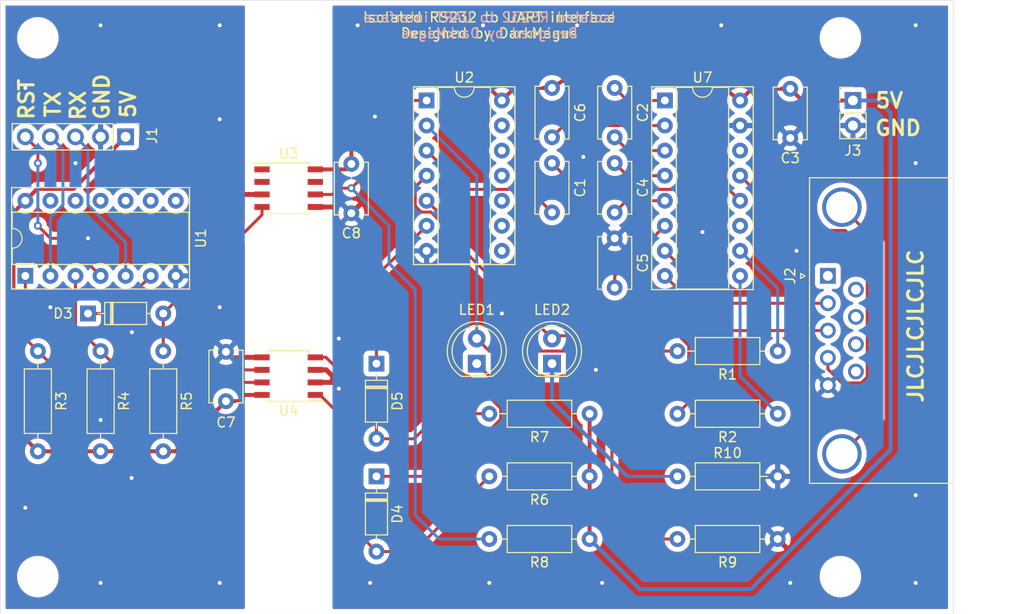
<source format=kicad_pcb>
(kicad_pcb (version 20171130) (host pcbnew 5.1.6+dfsg1-1~bpo10+1)
  (layers (0 F.Cu signal) (31 B.Cu signal) (34 B.Paste user) (35 F.Paste user) (36 B.SilkS user) (37 F.SilkS user) (38 B.Mask user) (39 F.Mask user) (44 Edge.Cuts user))
  (net 0 "")
  (net 1 "Net-(C1-Pad2)")
  (net 2 "Net-(C1-Pad1)")
  (net 3 "Net-(C2-Pad2)")
  (net 4 "Net-(C2-Pad1)")
  (net 5 +5V)
  (net 6 GND)
  (net 7 "Net-(C4-Pad2)")
  (net 8 "Net-(C4-Pad1)")
  (net 9 "Net-(C5-Pad2)")
  (net 10 "Net-(C6-Pad2)")
  (net 11 GNDA)
  (net 12 +5VA)
  (net 13 "Net-(D3-Pad2)")
  (net 14 "Net-(D3-Pad1)")
  (net 15 "Net-(D4-Pad2)")
  (net 16 "Net-(D4-Pad1)")
  (net 17 "Net-(D5-Pad2)")
  (net 18 "Net-(D5-Pad1)")
  (net 19 "Net-(J1-Pad5)")
  (net 20 "Net-(J1-Pad4)")
  (net 21 "Net-(J1-Pad3)")
  (net 22 "Net-(J2-Pad0)")
  (net 23 "Net-(J2-Pad9)")
  (net 24 "Net-(J2-Pad8)")
  (net 25 "Net-(J2-Pad7)")
  (net 26 "Net-(J2-Pad6)")
  (net 27 "Net-(J2-Pad4)")
  (net 28 "Net-(J2-Pad3)")
  (net 29 "Net-(J2-Pad2)")
  (net 30 "Net-(J2-Pad1)")
  (net 31 "Net-(R1-Pad1)")
  (net 32 "Net-(R2-Pad1)")
  (net 33 "Net-(R3-Pad1)")
  (net 34 "Net-(R4-Pad1)")
  (net 35 "Net-(R8-Pad2)")
  (net 36 "Net-(U3-Pad7)")
  (net 37 "Net-(U3-Pad2)")
  (net 38 "Net-(U3-Pad1)")
  (net 39 "Net-(U7-Pad14)")
  (net 40 "Net-(U7-Pad11)")
  (net 41 "Net-(LED1-Pad2)")
  (net 42 "Net-(LED1-Pad1)")
  (net 43 "Net-(LED2-Pad2)")
  (net 44 "Net-(LED2-Pad1)")
  (module Resistor_THT:R_Axial_DIN0207_L6.3mm_D2.5mm_P10.16mm_Horizontal (layer F.Cu) (at 233.68 99.06)
    (fp_text reference R10 (at 5.08 -2.37) (layer F.SilkS))
    (fp_text value 1k)
    (pad 2 thru_hole oval (at 10.16 0) (size 1.6 1.6) (drill 0.8) (layers *.Cu *.Mask) (net 6 GND))
    (pad 1 thru_hole circle (at 0 0) (size 1.6 1.6) (drill 0.8) (layers *.Cu *.Mask) (net 44 "Net-(LED2-Pad1)"))
  )
  (module Resistor_THT:R_Axial_DIN0207_L6.3mm_D2.5mm_P10.16mm_Horizontal (layer F.Cu) (at 243.84 105.41 180)
    (fp_text reference R9 (at 5.08 -2.37) (layer F.SilkS))
    (fp_text value 1k)
    (pad 2 thru_hole oval (at 10.16 0 180) (size 1.6 1.6) (drill 0.8) (layers *.Cu *.Mask) (net 42 "Net-(LED1-Pad1)"))
    (pad 1 thru_hole circle (at 0 0 180) (size 1.6 1.6) (drill 0.8) (layers *.Cu *.Mask) (net 6 GND))
  )
  (module Resistor_THT:R_Axial_DIN0207_L6.3mm_D2.5mm_P10.16mm_Horizontal (layer F.Cu) (at 224.79 105.41 180)
    (fp_text reference R8 (at 5.08 -2.37) (layer F.SilkS))
    (fp_text value 390)
    (pad 2 thru_hole oval (at 10.16 0 180) (size 1.6 1.6) (drill 0.8) (layers *.Cu *.Mask) (net 35 "Net-(R8-Pad2)"))
    (pad 1 thru_hole circle (at 0 0 180) (size 1.6 1.6) (drill 0.8) (layers *.Cu *.Mask) (net 5 +5V))
  )
  (module Resistor_THT:R_Axial_DIN0207_L6.3mm_D2.5mm_P10.16mm_Horizontal (layer F.Cu) (at 224.79 92.71 180)
    (fp_text reference R7 (at 5.08 -2.37) (layer F.SilkS))
    (fp_text value 470)
    (pad 2 thru_hole oval (at 10.16 0 180) (size 1.6 1.6) (drill 0.8) (layers *.Cu *.Mask) (net 17 "Net-(D5-Pad2)"))
    (pad 1 thru_hole circle (at 0 0 180) (size 1.6 1.6) (drill 0.8) (layers *.Cu *.Mask) (net 5 +5V))
  )
  (module Resistor_THT:R_Axial_DIN0207_L6.3mm_D2.5mm_P10.16mm_Horizontal (layer F.Cu) (at 224.79 99.06 180)
    (fp_text reference R6 (at 5.08 -2.37) (layer F.SilkS))
    (fp_text value 470)
    (pad 2 thru_hole oval (at 10.16 0 180) (size 1.6 1.6) (drill 0.8) (layers *.Cu *.Mask) (net 15 "Net-(D4-Pad2)"))
    (pad 1 thru_hole circle (at 0 0 180) (size 1.6 1.6) (drill 0.8) (layers *.Cu *.Mask) (net 5 +5V))
  )
  (module Resistor_THT:R_Axial_DIN0207_L6.3mm_D2.5mm_P10.16mm_Horizontal (layer F.Cu) (at 181.61 86.36 270)
    (fp_text reference R5 (at 5.08 -2.37 90) (layer F.SilkS))
    (fp_text value 470)
    (pad 2 thru_hole oval (at 10.16 0 270) (size 1.6 1.6) (drill 0.8) (layers *.Cu *.Mask) (net 12 +5VA))
    (pad 1 thru_hole circle (at 0 0 270) (size 1.6 1.6) (drill 0.8) (layers *.Cu *.Mask) (net 13 "Net-(D3-Pad2)"))
  )
  (module Resistor_THT:R_Axial_DIN0207_L6.3mm_D2.5mm_P10.16mm_Horizontal (layer F.Cu) (at 175.26 86.36 270)
    (fp_text reference R4 (at 5.08 -2.37 90) (layer F.SilkS))
    (fp_text value 390)
    (pad 2 thru_hole oval (at 10.16 0 270) (size 1.6 1.6) (drill 0.8) (layers *.Cu *.Mask) (net 12 +5VA))
    (pad 1 thru_hole circle (at 0 0 270) (size 1.6 1.6) (drill 0.8) (layers *.Cu *.Mask) (net 34 "Net-(R4-Pad1)"))
  )
  (module Resistor_THT:R_Axial_DIN0207_L6.3mm_D2.5mm_P10.16mm_Horizontal (layer F.Cu) (at 168.91 86.36 270)
    (fp_text reference R3 (at 5.08 -2.37 90) (layer F.SilkS))
    (fp_text value 390)
    (pad 2 thru_hole oval (at 10.16 0 270) (size 1.6 1.6) (drill 0.8) (layers *.Cu *.Mask) (net 12 +5VA))
    (pad 1 thru_hole circle (at 0 0 270) (size 1.6 1.6) (drill 0.8) (layers *.Cu *.Mask) (net 33 "Net-(R3-Pad1)"))
  )
  (module Resistor_THT:R_Axial_DIN0207_L6.3mm_D2.5mm_P10.16mm_Horizontal (layer F.Cu) (at 243.84 92.71 180)
    (fp_text reference R2 (at 5.08 -2.37) (layer F.SilkS))
    (fp_text value 1k)
    (pad 2 thru_hole oval (at 10.16 0 180) (size 1.6 1.6) (drill 0.8) (layers *.Cu *.Mask) (net 43 "Net-(LED2-Pad2)"))
    (pad 1 thru_hole circle (at 0 0 180) (size 1.6 1.6) (drill 0.8) (layers *.Cu *.Mask) (net 32 "Net-(R2-Pad1)"))
  )
  (module Resistor_THT:R_Axial_DIN0207_L6.3mm_D2.5mm_P10.16mm_Horizontal (layer F.Cu) (at 243.84 86.36 180)
    (fp_text reference R1 (at 5.08 -2.37) (layer F.SilkS))
    (fp_text value 1k)
    (pad 2 thru_hole oval (at 10.16 0 180) (size 1.6 1.6) (drill 0.8) (layers *.Cu *.Mask) (net 41 "Net-(LED1-Pad2)"))
    (pad 1 thru_hole circle (at 0 0 180) (size 1.6 1.6) (drill 0.8) (layers *.Cu *.Mask) (net 31 "Net-(R1-Pad1)"))
  )
  (module LED_THT:LED_D5.0mm (layer F.Cu) (at 220.98 87.63 90)
    (fp_text reference LED2 (at 5.461 0 180) (layer F.SilkS))
    (fp_text value LED)
    (pad 2 thru_hole circle (at 2.54 0 90) (size 1.8 1.8) (drill 0.9) (layers *.Cu *.Mask) (net 43 "Net-(LED2-Pad2)"))
    (pad 1 thru_hole rect (at 0 0 90) (size 1.8 1.8) (drill 0.9) (layers *.Cu *.Mask) (net 44 "Net-(LED2-Pad1)"))
  )
  (module MountingHole:MountingHole_3.2mm_M3 (layer F.Cu) (at 250.19 109.22)
    (fp_text reference REF** hide)
    (fp_text value MountingHole_3.2mm_M3)
    (pad 1 np_thru_hole circle (at 0 0) (size 3.2 3.2) (drill 3.2) (layers *.Cu *.Mask))
  )
  (module MountingHole:MountingHole_3.2mm_M3 (layer F.Cu) (at 250.19 54.61)
    (fp_text reference REF** hide)
    (fp_text value MountingHole_3.2mm_M3)
    (pad 1 np_thru_hole circle (at 0 0) (size 3.2 3.2) (drill 3.2) (layers *.Cu *.Mask))
  )
  (module MountingHole:MountingHole_3.2mm_M3 (layer F.Cu) (at 168.91 54.61)
    (fp_text reference REF** hide)
    (fp_text value MountingHole_3.2mm_M3)
    (pad 1 np_thru_hole circle (at 0 0) (size 3.2 3.2) (drill 3.2) (layers *.Cu *.Mask))
  )
  (module MountingHole:MountingHole_3.2mm_M3 (layer F.Cu) (at 168.91 109.22)
    (fp_text reference REF** hide)
    (fp_text value MountingHole_3.2mm_M3)
    (pad 1 np_thru_hole circle (at 0 0) (size 3.2 3.2) (drill 3.2) (layers *.Cu *.Mask))
  )
  (module Package_DIP:DIP-16_W7.62mm_Socket (layer F.Cu) (at 232.41 60.96)
    (fp_text reference U7 (at 3.81 -2.33) (layer F.SilkS))
    (fp_text value MAX232)
    (pad 16 thru_hole oval (at 7.62 0) (size 1.6 1.6) (drill 0.8) (layers *.Cu *.Mask) (net 5 +5V))
    (pad 8 thru_hole oval (at 0 17.78) (size 1.6 1.6) (drill 0.8) (layers *.Cu *.Mask) (net 28 "Net-(J2-Pad3)"))
    (pad 15 thru_hole oval (at 7.62 2.54) (size 1.6 1.6) (drill 0.8) (layers *.Cu *.Mask) (net 6 GND))
    (pad 7 thru_hole oval (at 0 15.24) (size 1.6 1.6) (drill 0.8) (layers *.Cu *.Mask) (net 29 "Net-(J2-Pad2)"))
    (pad 14 thru_hole oval (at 7.62 5.08) (size 1.6 1.6) (drill 0.8) (layers *.Cu *.Mask) (net 39 "Net-(U7-Pad14)"))
    (pad 6 thru_hole oval (at 0 12.7) (size 1.6 1.6) (drill 0.8) (layers *.Cu *.Mask) (net 9 "Net-(C5-Pad2)"))
    (pad 13 thru_hole oval (at 7.62 7.62) (size 1.6 1.6) (drill 0.8) (layers *.Cu *.Mask) (net 27 "Net-(J2-Pad4)"))
    (pad 5 thru_hole oval (at 0 10.16) (size 1.6 1.6) (drill 0.8) (layers *.Cu *.Mask) (net 7 "Net-(C4-Pad2)"))
    (pad 12 thru_hole oval (at 7.62 10.16) (size 1.6 1.6) (drill 0.8) (layers *.Cu *.Mask) (net 2 "Net-(C1-Pad1)"))
    (pad 4 thru_hole oval (at 0 7.62) (size 1.6 1.6) (drill 0.8) (layers *.Cu *.Mask) (net 8 "Net-(C4-Pad1)"))
    (pad 11 thru_hole oval (at 7.62 12.7) (size 1.6 1.6) (drill 0.8) (layers *.Cu *.Mask) (net 40 "Net-(U7-Pad11)"))
    (pad 3 thru_hole oval (at 0 5.08) (size 1.6 1.6) (drill 0.8) (layers *.Cu *.Mask) (net 3 "Net-(C2-Pad2)"))
    (pad 10 thru_hole oval (at 7.62 15.24) (size 1.6 1.6) (drill 0.8) (layers *.Cu *.Mask) (net 31 "Net-(R1-Pad1)"))
    (pad 2 thru_hole oval (at 0 2.54) (size 1.6 1.6) (drill 0.8) (layers *.Cu *.Mask) (net 10 "Net-(C6-Pad2)"))
    (pad 9 thru_hole oval (at 7.62 17.78) (size 1.6 1.6) (drill 0.8) (layers *.Cu *.Mask) (net 32 "Net-(R2-Pad1)"))
    (pad 1 thru_hole rect (at 0 0) (size 1.6 1.6) (drill 0.8) (layers *.Cu *.Mask) (net 4 "Net-(C2-Pad1)"))
  )
  (module Package_SO:SOIC-8_3.9x4.9mm_P1.27mm (layer F.Cu) (at 194.31 88.9 180)
    (fp_text reference U4 (at 0 -3.5) (layer F.SilkS))
    (fp_text value HCPL-0631)
    (pad 1 smd rect (at -2.7 -1.905 180) (size 1.55 0.6) (layers F.Cu F.Paste F.Mask) (net 15 "Net-(D4-Pad2)"))
    (pad 2 smd rect (at -2.7 -0.635 180) (size 1.55 0.6) (layers F.Cu F.Paste F.Mask) (net 6 GND))
    (pad 3 smd rect (at -2.7 0.635 180) (size 1.55 0.6) (layers F.Cu F.Paste F.Mask) (net 6 GND))
    (pad 4 smd rect (at -2.7 1.905 180) (size 1.55 0.6) (layers F.Cu F.Paste F.Mask) (net 17 "Net-(D5-Pad2)"))
    (pad 5 smd rect (at 2.7 1.905 180) (size 1.55 0.6) (layers F.Cu F.Paste F.Mask) (net 11 GNDA))
    (pad 6 smd rect (at 2.7 0.635 180) (size 1.55 0.6) (layers F.Cu F.Paste F.Mask) (net 34 "Net-(R4-Pad1)"))
    (pad 7 smd rect (at 2.7 -0.635 180) (size 1.55 0.6) (layers F.Cu F.Paste F.Mask) (net 33 "Net-(R3-Pad1)"))
    (pad 8 smd rect (at 2.7 -1.905 180) (size 1.55 0.6) (layers F.Cu F.Paste F.Mask) (net 12 +5VA))
  )
  (module Package_SO:SOIC-8_3.9x4.9mm_P1.27mm (layer F.Cu) (at 194.31 69.85)
    (fp_text reference U3 (at 0 -3.5) (layer F.SilkS))
    (fp_text value HCPL-0631)
    (pad 1 smd rect (at -2.7 -1.905) (size 1.55 0.6) (layers F.Cu F.Paste F.Mask) (net 38 "Net-(U3-Pad1)"))
    (pad 2 smd rect (at -2.7 -0.635) (size 1.55 0.6) (layers F.Cu F.Paste F.Mask) (net 37 "Net-(U3-Pad2)"))
    (pad 3 smd rect (at -2.7 0.635) (size 1.55 0.6) (layers F.Cu F.Paste F.Mask) (net 11 GNDA))
    (pad 4 smd rect (at -2.7 1.905) (size 1.55 0.6) (layers F.Cu F.Paste F.Mask) (net 13 "Net-(D3-Pad2)"))
    (pad 5 smd rect (at 2.7 1.905) (size 1.55 0.6) (layers F.Cu F.Paste F.Mask) (net 6 GND))
    (pad 6 smd rect (at 2.7 0.635) (size 1.55 0.6) (layers F.Cu F.Paste F.Mask) (net 35 "Net-(R8-Pad2)"))
    (pad 7 smd rect (at 2.7 -0.635) (size 1.55 0.6) (layers F.Cu F.Paste F.Mask) (net 36 "Net-(U3-Pad7)"))
    (pad 8 smd rect (at 2.7 -1.905) (size 1.55 0.6) (layers F.Cu F.Paste F.Mask) (net 5 +5V))
  )
  (module Package_DIP:DIP-14_W7.62mm_Socket (layer F.Cu) (at 208.28 60.96)
    (fp_text reference U2 (at 3.81 -2.33) (layer F.SilkS))
    (fp_text value 74HC14)
    (pad 14 thru_hole oval (at 7.62 0) (size 1.6 1.6) (drill 0.8) (layers *.Cu *.Mask) (net 5 +5V))
    (pad 7 thru_hole oval (at 0 15.24) (size 1.6 1.6) (drill 0.8) (layers *.Cu *.Mask) (net 6 GND))
    (pad 13 thru_hole oval (at 7.62 2.54) (size 1.6 1.6) (drill 0.8) (layers *.Cu *.Mask))
    (pad 6 thru_hole oval (at 0 12.7) (size 1.6 1.6) (drill 0.8) (layers *.Cu *.Mask) (net 18 "Net-(D5-Pad1)"))
    (pad 12 thru_hole oval (at 7.62 5.08) (size 1.6 1.6) (drill 0.8) (layers *.Cu *.Mask))
    (pad 5 thru_hole oval (at 0 10.16) (size 1.6 1.6) (drill 0.8) (layers *.Cu *.Mask) (net 43 "Net-(LED2-Pad2)"))
    (pad 11 thru_hole oval (at 7.62 7.62) (size 1.6 1.6) (drill 0.8) (layers *.Cu *.Mask))
    (pad 4 thru_hole oval (at 0 7.62) (size 1.6 1.6) (drill 0.8) (layers *.Cu *.Mask) (net 16 "Net-(D4-Pad1)"))
    (pad 10 thru_hole oval (at 7.62 10.16) (size 1.6 1.6) (drill 0.8) (layers *.Cu *.Mask))
    (pad 3 thru_hole oval (at 0 5.08) (size 1.6 1.6) (drill 0.8) (layers *.Cu *.Mask) (net 1 "Net-(C1-Pad2)"))
    (pad 9 thru_hole oval (at 7.62 12.7) (size 1.6 1.6) (drill 0.8) (layers *.Cu *.Mask))
    (pad 2 thru_hole oval (at 0 2.54) (size 1.6 1.6) (drill 0.8) (layers *.Cu *.Mask) (net 41 "Net-(LED1-Pad2)"))
    (pad 8 thru_hole oval (at 7.62 15.24) (size 1.6 1.6) (drill 0.8) (layers *.Cu *.Mask))
    (pad 1 thru_hole rect (at 0 0) (size 1.6 1.6) (drill 0.8) (layers *.Cu *.Mask) (net 35 "Net-(R8-Pad2)"))
  )
  (module Package_DIP:DIP-14_W7.62mm_Socket (layer F.Cu) (at 167.64 78.74 90)
    (fp_text reference U1 (at 3.81 17.78 90) (layer F.SilkS))
    (fp_text value 74HC14)
    (pad 1 thru_hole rect (at 0 0 90) (size 1.6 1.6) (drill 0.8) (layers *.Cu *.Mask) (net 33 "Net-(R3-Pad1)"))
    (pad 8 thru_hole oval (at 7.62 15.24 90) (size 1.6 1.6) (drill 0.8) (layers *.Cu *.Mask))
    (pad 2 thru_hole oval (at 0 2.54 90) (size 1.6 1.6) (drill 0.8) (layers *.Cu *.Mask) (net 20 "Net-(J1-Pad4)"))
    (pad 9 thru_hole oval (at 7.62 12.7 90) (size 1.6 1.6) (drill 0.8) (layers *.Cu *.Mask))
    (pad 3 thru_hole oval (at 0 5.08 90) (size 1.6 1.6) (drill 0.8) (layers *.Cu *.Mask) (net 34 "Net-(R4-Pad1)"))
    (pad 10 thru_hole oval (at 7.62 10.16 90) (size 1.6 1.6) (drill 0.8) (layers *.Cu *.Mask))
    (pad 4 thru_hole oval (at 0 7.62 90) (size 1.6 1.6) (drill 0.8) (layers *.Cu *.Mask) (net 19 "Net-(J1-Pad5)"))
    (pad 11 thru_hole oval (at 7.62 7.62 90) (size 1.6 1.6) (drill 0.8) (layers *.Cu *.Mask))
    (pad 5 thru_hole oval (at 0 10.16 90) (size 1.6 1.6) (drill 0.8) (layers *.Cu *.Mask) (net 21 "Net-(J1-Pad3)"))
    (pad 12 thru_hole oval (at 7.62 5.08 90) (size 1.6 1.6) (drill 0.8) (layers *.Cu *.Mask))
    (pad 6 thru_hole oval (at 0 12.7 90) (size 1.6 1.6) (drill 0.8) (layers *.Cu *.Mask) (net 14 "Net-(D3-Pad1)"))
    (pad 13 thru_hole oval (at 7.62 2.54 90) (size 1.6 1.6) (drill 0.8) (layers *.Cu *.Mask))
    (pad 7 thru_hole oval (at 0 15.24 90) (size 1.6 1.6) (drill 0.8) (layers *.Cu *.Mask) (net 11 GNDA))
    (pad 14 thru_hole oval (at 7.62 0 90) (size 1.6 1.6) (drill 0.8) (layers *.Cu *.Mask) (net 12 +5VA))
  )
  (module Connector_PinHeader_2.54mm:PinHeader_1x02_P2.54mm_Vertical (layer F.Cu) (at 251.46 60.96)
    (fp_text reference J3 (at 0 5.08) (layer F.SilkS))
    (fp_text value Conn_01x02_Male)
    (pad 2 thru_hole oval (at 0 2.54) (size 1.7 1.7) (drill 1) (layers *.Cu *.Mask) (net 6 GND))
    (pad 1 thru_hole rect (at 0 0) (size 1.7 1.7) (drill 1) (layers *.Cu *.Mask) (net 5 +5V))
  )
  (module Connector_Dsub:DSUB-9_Female_Horizontal_P2.77x2.84mm_EdgePinOffset9.90mm_Housed_MountingHolesOffset11.32mm (layer F.Cu) (at 248.92 78.74 90)
    (fp_text reference J2 (at 0 -3.81 90) (layer F.SilkS))
    (fp_text value DB9_Female_MountingHoles)
    (pad 0 thru_hole circle (at 6.96 1.42 90) (size 4 4) (drill 3.2) (layers *.Cu *.Mask) (net 22 "Net-(J2-Pad0)"))
    (pad 0 thru_hole circle (at -18.04 1.42 90) (size 4 4) (drill 3.2) (layers *.Cu *.Mask) (net 22 "Net-(J2-Pad0)"))
    (pad 9 thru_hole circle (at -9.695 2.84 90) (size 1.6 1.6) (drill 1) (layers *.Cu *.Mask) (net 23 "Net-(J2-Pad9)"))
    (pad 8 thru_hole circle (at -6.925 2.84 90) (size 1.6 1.6) (drill 1) (layers *.Cu *.Mask) (net 24 "Net-(J2-Pad8)"))
    (pad 7 thru_hole circle (at -4.155 2.84 90) (size 1.6 1.6) (drill 1) (layers *.Cu *.Mask) (net 25 "Net-(J2-Pad7)"))
    (pad 6 thru_hole circle (at -1.385 2.84 90) (size 1.6 1.6) (drill 1) (layers *.Cu *.Mask) (net 26 "Net-(J2-Pad6)"))
    (pad 5 thru_hole circle (at -11.08 0 90) (size 1.6 1.6) (drill 1) (layers *.Cu *.Mask) (net 6 GND))
    (pad 4 thru_hole circle (at -8.31 0 90) (size 1.6 1.6) (drill 1) (layers *.Cu *.Mask) (net 27 "Net-(J2-Pad4)"))
    (pad 3 thru_hole circle (at -5.54 0 90) (size 1.6 1.6) (drill 1) (layers *.Cu *.Mask) (net 28 "Net-(J2-Pad3)"))
    (pad 2 thru_hole circle (at -2.77 0 90) (size 1.6 1.6) (drill 1) (layers *.Cu *.Mask) (net 29 "Net-(J2-Pad2)"))
    (pad 1 thru_hole rect (at 0 0 90) (size 1.6 1.6) (drill 1) (layers *.Cu *.Mask) (net 30 "Net-(J2-Pad1)"))
  )
  (module Connector_PinHeader_2.54mm:PinHeader_1x05_P2.54mm_Vertical (layer F.Cu) (at 177.8 64.643 270)
    (fp_text reference J1 (at -0.127 -2.667 90) (layer F.SilkS))
    (fp_text value Conn_01x05_Male)
    (pad 1 thru_hole rect (at 0 0 270) (size 1.7 1.7) (drill 1) (layers *.Cu *.Mask) (net 12 +5VA))
    (pad 2 thru_hole oval (at 0 2.54 270) (size 1.7 1.7) (drill 1) (layers *.Cu *.Mask) (net 11 GNDA))
    (pad 3 thru_hole oval (at 0 5.08 270) (size 1.7 1.7) (drill 1) (layers *.Cu *.Mask) (net 21 "Net-(J1-Pad3)"))
    (pad 4 thru_hole oval (at 0 7.62 270) (size 1.7 1.7) (drill 1) (layers *.Cu *.Mask) (net 20 "Net-(J1-Pad4)"))
    (pad 5 thru_hole oval (at 0 10.16 270) (size 1.7 1.7) (drill 1) (layers *.Cu *.Mask) (net 19 "Net-(J1-Pad5)"))
  )
  (module Diode_THT:D_DO-35_SOD27_P7.62mm_Horizontal (layer F.Cu) (at 203.2 87.63 270)
    (fp_text reference D5 (at 3.81 -2.12 90) (layer F.SilkS))
    (fp_text value 1N4148)
    (pad 2 thru_hole oval (at 7.62 0 270) (size 1.6 1.6) (drill 0.8) (layers *.Cu *.Mask) (net 17 "Net-(D5-Pad2)"))
    (pad 1 thru_hole rect (at 0 0 270) (size 1.6 1.6) (drill 0.8) (layers *.Cu *.Mask) (net 18 "Net-(D5-Pad1)"))
  )
  (module Diode_THT:D_DO-35_SOD27_P7.62mm_Horizontal (layer F.Cu) (at 203.2 99.06 270)
    (fp_text reference D4 (at 3.81 -2.12 90) (layer F.SilkS))
    (fp_text value 1N4148)
    (pad 2 thru_hole oval (at 7.62 0 270) (size 1.6 1.6) (drill 0.8) (layers *.Cu *.Mask) (net 15 "Net-(D4-Pad2)"))
    (pad 1 thru_hole rect (at 0 0 270) (size 1.6 1.6) (drill 0.8) (layers *.Cu *.Mask) (net 16 "Net-(D4-Pad1)"))
  )
  (module Diode_THT:D_DO-35_SOD27_P7.62mm_Horizontal (layer F.Cu) (at 173.99 82.55)
    (fp_text reference D3 (at -2.54 0) (layer F.SilkS))
    (fp_text value 1N4148)
    (pad 1 thru_hole rect (at 0 0) (size 1.6 1.6) (drill 0.8) (layers *.Cu *.Mask) (net 14 "Net-(D3-Pad1)"))
    (pad 2 thru_hole oval (at 7.62 0) (size 1.6 1.6) (drill 0.8) (layers *.Cu *.Mask) (net 13 "Net-(D3-Pad2)"))
  )
  (module LED_THT:LED_D5.0mm (layer F.Cu) (at 213.36 87.63 90)
    (fp_text reference LED1 (at 5.461 0 180) (layer F.SilkS))
    (fp_text value LED)
    (pad 2 thru_hole circle (at 2.54 0 90) (size 1.8 1.8) (drill 0.9) (layers *.Cu *.Mask) (net 41 "Net-(LED1-Pad2)"))
    (pad 1 thru_hole rect (at 0 0 90) (size 1.8 1.8) (drill 0.9) (layers *.Cu *.Mask) (net 42 "Net-(LED1-Pad1)"))
  )
  (module Capacitor_THT:C_Disc_D5.1mm_W3.2mm_P5.00mm (layer F.Cu) (at 200.66 72.39 90)
    (fp_text reference C8 (at -2.032 0 180) (layer F.SilkS))
    (fp_text value 0.1uF)
    (pad 1 thru_hole circle (at 0 0 90) (size 1.6 1.6) (drill 0.8) (layers *.Cu *.Mask) (net 6 GND))
    (pad 2 thru_hole circle (at 5 0 90) (size 1.6 1.6) (drill 0.8) (layers *.Cu *.Mask) (net 5 +5V))
  )
  (module Capacitor_THT:C_Disc_D5.1mm_W3.2mm_P5.00mm (layer F.Cu) (at 187.96 91.44 90)
    (fp_text reference C7 (at -2.159 0 180) (layer F.SilkS))
    (fp_text value 0.1uF)
    (pad 1 thru_hole circle (at 0 0 90) (size 1.6 1.6) (drill 0.8) (layers *.Cu *.Mask) (net 12 +5VA))
    (pad 2 thru_hole circle (at 5 0 90) (size 1.6 1.6) (drill 0.8) (layers *.Cu *.Mask) (net 11 GNDA))
  )
  (module Capacitor_THT:C_Disc_D5.1mm_W3.2mm_P5.00mm (layer F.Cu) (at 220.98 59.69 270)
    (fp_text reference C6 (at 2.5 -2.85 90) (layer F.SilkS))
    (fp_text value 1uF)
    (pad 2 thru_hole circle (at 5 0 270) (size 1.6 1.6) (drill 0.8) (layers *.Cu *.Mask) (net 10 "Net-(C6-Pad2)"))
    (pad 1 thru_hole circle (at 0 0 270) (size 1.6 1.6) (drill 0.8) (layers *.Cu *.Mask) (net 5 +5V))
  )
  (module Capacitor_THT:C_Disc_D5.1mm_W3.2mm_P5.00mm (layer F.Cu) (at 227.33 74.93 270)
    (fp_text reference C5 (at 2.5 -2.85 90) (layer F.SilkS))
    (fp_text value 1uF)
    (pad 2 thru_hole circle (at 5 0 270) (size 1.6 1.6) (drill 0.8) (layers *.Cu *.Mask) (net 9 "Net-(C5-Pad2)"))
    (pad 1 thru_hole circle (at 0 0 270) (size 1.6 1.6) (drill 0.8) (layers *.Cu *.Mask) (net 6 GND))
  )
  (module Capacitor_THT:C_Disc_D5.1mm_W3.2mm_P5.00mm (layer F.Cu) (at 227.33 67.31 270)
    (fp_text reference C4 (at 2.5 -2.85 90) (layer F.SilkS))
    (fp_text value 1uF)
    (pad 2 thru_hole circle (at 5 0 270) (size 1.6 1.6) (drill 0.8) (layers *.Cu *.Mask) (net 7 "Net-(C4-Pad2)"))
    (pad 1 thru_hole circle (at 0 0 270) (size 1.6 1.6) (drill 0.8) (layers *.Cu *.Mask) (net 8 "Net-(C4-Pad1)"))
  )
  (module Capacitor_THT:C_Disc_D5.1mm_W3.2mm_P5.00mm (layer F.Cu) (at 245.11 64.77 90)
    (fp_text reference C3 (at -2.032 0 180) (layer F.SilkS))
    (fp_text value 1uF)
    (pad 2 thru_hole circle (at 5 0 90) (size 1.6 1.6) (drill 0.8) (layers *.Cu *.Mask) (net 5 +5V))
    (pad 1 thru_hole circle (at 0 0 90) (size 1.6 1.6) (drill 0.8) (layers *.Cu *.Mask) (net 6 GND))
  )
  (module Capacitor_THT:C_Disc_D5.1mm_W3.2mm_P5.00mm (layer F.Cu) (at 227.33 59.69 270)
    (fp_text reference C2 (at 2.5 -2.85 90) (layer F.SilkS))
    (fp_text value 1uF)
    (pad 2 thru_hole circle (at 5 0 270) (size 1.6 1.6) (drill 0.8) (layers *.Cu *.Mask) (net 3 "Net-(C2-Pad2)"))
    (pad 1 thru_hole circle (at 0 0 270) (size 1.6 1.6) (drill 0.8) (layers *.Cu *.Mask) (net 4 "Net-(C2-Pad1)"))
  )
  (module Capacitor_THT:C_Disc_D5.1mm_W3.2mm_P5.00mm (layer F.Cu) (at 220.98 67.31 270)
    (fp_text reference C1 (at 2.5 -2.85 90) (layer F.SilkS))
    (fp_text value 0.1uF)
    (pad 2 thru_hole circle (at 5 0 270) (size 1.6 1.6) (drill 0.8) (layers *.Cu *.Mask) (net 1 "Net-(C1-Pad2)"))
    (pad 1 thru_hole circle (at 0 0 270) (size 1.6 1.6) (drill 0.8) (layers *.Cu *.Mask) (net 2 "Net-(C1-Pad1)"))
  )
  (gr_text JLCJLCJLCJLC (at 257.81 83.82 90) (layer F.SilkS) (effects (font (size 1.5 1.5) (thickness 0.3))))
  (gr_text "Isolated RS232 to UART interface\nDesigned by DarkMagus" (at 214.63 53.34) (layer F.SilkS) (effects (font (size 1 1))))
  (gr_text "Isolated RS232 to UART interface\nDesigned by DarkMagus" (at 214.63 53.34) (layer B.SilkS) (effects (font (size 1 1)) (justify mirror)))
  (gr_text GND (at 256.032 63.754) (layer F.SilkS) (effects (font (size 1.5 1.5) (thickness 0.3))))
  (gr_text 5V (at 255.143 60.96) (layer F.SilkS) (effects (font (size 1.5 1.5) (thickness 0.3))))
  (gr_text 5V (at 178.054 61.341 90) (layer F.SilkS) (effects (font (size 1.5 1.5) (thickness 0.3))))
  (gr_text GND (at 175.387 60.579 90) (layer F.SilkS) (effects (font (size 1.5 1.5) (thickness 0.3))))
  (gr_text RST (at 167.767 60.833 90) (layer F.SilkS) (effects (font (size 1.5 1.5) (thickness 0.3))))
  (gr_text TX (at 170.434 61.341 90) (layer F.SilkS) (effects (font (size 1.5 1.5) (thickness 0.3))))
  (gr_text RX (at 172.974 61.468 90) (layer F.SilkS) (effects (font (size 1.5 1.5) (thickness 0.3))))
  (gr_line (start 165.1 50.8) (end 165.1 113.03) (layer Edge.Cuts) (width 0.05))
  (gr_line (start 261.62 50.8) (end 165.1 50.8) (layer Edge.Cuts) (width 0.05))
  (gr_line (start 261.62 113.03) (end 261.62 50.8) (layer Edge.Cuts) (width 0.05))
  (gr_line (start 165.1 113.03) (end 261.62 113.03) (layer Edge.Cuts) (width 0.05))
  (segment (start 212.209999 69.969999) (end 208.28 66.04) (width 0.3) (layer F.Cu) (net 1))
  (segment (start 218.639999 69.969999) (end 212.209999 69.969999) (width 0.3) (layer F.Cu) (net 1))
  (segment (start 220.98 72.31) (end 218.639999 69.969999) (width 0.3) (layer F.Cu) (net 1))
  (segment (start 223.639999 69.969999) (end 220.98 67.31) (width 0.3) (layer F.Cu) (net 2))
  (segment (start 238.879999 69.969999) (end 223.639999 69.969999) (width 0.3) (layer F.Cu) (net 2))
  (segment (start 240.03 71.12) (end 238.879999 69.969999) (width 0.3) (layer F.Cu) (net 2))
  (segment (start 228.68 66.04) (end 227.33 64.69) (width 0.3) (layer F.Cu) (net 3))
  (segment (start 232.41 66.04) (end 228.68 66.04) (width 0.3) (layer F.Cu) (net 3))
  (segment (start 228.6 60.96) (end 227.33 59.69) (width 0.3) (layer F.Cu) (net 4))
  (segment (start 232.41 60.96) (end 228.6 60.96) (width 0.3) (layer F.Cu) (net 4))
  (segment (start 246.3 60.96) (end 245.11 59.77) (width 0.4) (layer F.Cu) (net 5))
  (segment (start 251.46 60.96) (end 246.3 60.96) (width 0.4) (layer F.Cu) (net 5))
  (segment (start 241.22 59.77) (end 240.03 60.96) (width 0.4) (layer F.Cu) (net 5))
  (segment (start 245.11 59.77) (end 241.22 59.77) (width 0.4) (layer F.Cu) (net 5))
  (segment (start 217.17 59.69) (end 215.9 60.96) (width 0.4) (layer F.Cu) (net 5))
  (segment (start 220.98 59.69) (end 217.17 59.69) (width 0.4) (layer F.Cu) (net 5))
  (segment (start 200.66 67.39) (end 200.66 60.96) (width 0.4) (layer F.Cu) (net 5))
  (segment (start 200.66 60.96) (end 204.47 57.15) (width 0.4) (layer F.Cu) (net 5))
  (segment (start 212.09 57.15) (end 215.9 60.96) (width 0.4) (layer F.Cu) (net 5))
  (segment (start 204.47 57.15) (end 212.09 57.15) (width 0.4) (layer F.Cu) (net 5))
  (segment (start 200.105 67.945) (end 200.66 67.39) (width 0.4) (layer F.Cu) (net 5))
  (segment (start 197.01 67.945) (end 200.105 67.945) (width 0.4) (layer F.Cu) (net 5))
  (segment (start 224.79 92.71) (end 224.79 99.06) (width 0.4) (layer F.Cu) (net 5))
  (segment (start 224.79 99.06) (end 224.79 105.41) (width 0.4) (layer F.Cu) (net 5))
  (segment (start 224.79 57.15) (end 220.98 59.69) (width 0.4) (layer F.Cu) (net 5))
  (segment (start 240.03 60.96) (end 234.95 57.15) (width 0.4) (layer F.Cu) (net 5))
  (segment (start 234.95 57.15) (end 224.79 57.15) (width 0.4) (layer F.Cu) (net 5))
  (segment (start 251.46 60.96) (end 254 60.96) (width 0.4) (layer B.Cu) (net 5))
  (segment (start 254 60.96) (end 255.27 62.23) (width 0.4) (layer B.Cu) (net 5))
  (segment (start 255.27 96.348002) (end 241.128002 110.49) (width 0.4) (layer B.Cu) (net 5))
  (segment (start 255.27 62.23) (end 255.27 96.348002) (width 0.4) (layer B.Cu) (net 5))
  (segment (start 229.87 110.49) (end 229.5525 110.1725) (width 0.4) (layer B.Cu) (net 5))
  (segment (start 241.128002 110.49) (end 229.87 110.49) (width 0.4) (layer B.Cu) (net 5))
  (segment (start 229.5525 110.1725) (end 224.79 105.41) (width 0.4) (layer B.Cu) (net 5))
  (via (at 199.39 85.09) (size 0.8) (drill 0.4) (layers F.Cu B.Cu) (net 6))
  (via (at 199.39 90.17) (size 0.8) (drill 0.4) (layers F.Cu B.Cu) (net 6))
  (via (at 203.04 62.59) (size 0.8) (drill 0.4) (layers F.Cu B.Cu) (net 6))
  (via (at 224.155 66.675) (size 0.8) (drill 0.4) (layers F.Cu B.Cu) (net 6))
  (via (at 236.22 74.295) (size 0.8) (drill 0.4) (layers F.Cu B.Cu) (net 6))
  (via (at 245.745 76.2) (size 0.8) (drill 0.4) (layers F.Cu B.Cu) (net 6))
  (via (at 225.425 88.265) (size 0.8) (drill 0.4) (layers F.Cu B.Cu) (net 6))
  (via (at 215.9 82.55) (size 0.8) (drill 0.4) (layers F.Cu B.Cu) (net 6))
  (segment (start 198.755 89.535) (end 199.39 90.17) (width 0.4) (layer F.Cu) (net 6))
  (segment (start 197.01 71.755) (end 198.755 71.755) (width 0.5) (layer F.Cu) (net 6))
  (segment (start 197.01 89.535) (end 198.755 89.535) (width 0.5) (layer F.Cu) (net 6))
  (segment (start 197.01 88.265) (end 198.12 88.265) (width 0.5) (layer F.Cu) (net 6))
  (segment (start 198.12 88.265) (end 198.755 88.9) (width 0.5) (layer F.Cu) (net 6))
  (segment (start 198.755 89.535) (end 198.755 88.9) (width 0.5) (layer F.Cu) (net 6))
  (via (at 202.565 109.855) (size 0.8) (drill 0.4) (layers F.Cu B.Cu) (net 6))
  (via (at 214.63 109.855) (size 0.8) (drill 0.4) (layers F.Cu B.Cu) (net 6))
  (via (at 245.11 109.855) (size 0.8) (drill 0.4) (layers F.Cu B.Cu) (net 6))
  (via (at 257.81 109.855) (size 0.8) (drill 0.4) (layers F.Cu B.Cu) (net 6))
  (via (at 257.81 100.965) (size 0.8) (drill 0.4) (layers F.Cu B.Cu) (net 6))
  (via (at 257.81 67.31) (size 0.8) (drill 0.4) (layers F.Cu B.Cu) (net 6))
  (via (at 257.81 53.34) (size 0.8) (drill 0.4) (layers F.Cu B.Cu) (net 6))
  (via (at 238.125 53.34) (size 0.8) (drill 0.4) (layers F.Cu B.Cu) (net 6))
  (via (at 223.52 53.34) (size 0.8) (drill 0.4) (layers F.Cu B.Cu) (net 6))
  (via (at 213.995 53.34) (size 0.8) (drill 0.4) (layers F.Cu B.Cu) (net 6))
  (via (at 201.295 53.34) (size 0.8) (drill 0.4) (layers F.Cu B.Cu) (net 6))
  (via (at 226.06 109.855) (size 0.8) (drill 0.4) (layers F.Cu B.Cu) (net 6))
  (segment (start 228.52 71.12) (end 227.33 72.31) (width 0.3) (layer F.Cu) (net 7))
  (segment (start 232.41 71.12) (end 228.52 71.12) (width 0.3) (layer F.Cu) (net 7))
  (segment (start 228.6 68.58) (end 227.33 67.31) (width 0.3) (layer F.Cu) (net 8))
  (segment (start 232.41 68.58) (end 228.6 68.58) (width 0.3) (layer F.Cu) (net 8))
  (segment (start 227.33 78.74) (end 232.41 73.66) (width 0.3) (layer F.Cu) (net 9))
  (segment (start 227.33 79.93) (end 227.33 78.74) (width 0.3) (layer F.Cu) (net 9))
  (segment (start 222.17 63.5) (end 220.98 64.69) (width 0.3) (layer F.Cu) (net 10))
  (segment (start 232.41 63.5) (end 222.17 63.5) (width 0.3) (layer F.Cu) (net 10))
  (via (at 178.4 99.22) (size 0.8) (drill 0.4) (layers F.Cu B.Cu) (net 11))
  (via (at 187.325 81.915) (size 0.8) (drill 0.4) (layers F.Cu B.Cu) (net 11))
  (via (at 175.26 93.345) (size 0.8) (drill 0.4) (layers F.Cu B.Cu) (net 11))
  (via (at 178.435 84.455) (size 0.8) (drill 0.4) (layers F.Cu B.Cu) (net 11))
  (via (at 170.18 81.915) (size 0.8) (drill 0.4) (layers F.Cu B.Cu) (net 11))
  (via (at 173.99 74.93) (size 0.8) (drill 0.4) (layers F.Cu B.Cu) (net 11))
  (via (at 172.72 67.31) (size 0.8) (drill 0.4) (layers F.Cu B.Cu) (net 11))
  (segment (start 188.515 86.995) (end 187.96 86.44) (width 0.4) (layer F.Cu) (net 11))
  (segment (start 189.865 70.485) (end 191.61 70.485) (width 0.5) (layer F.Cu) (net 11))
  (segment (start 189.865 86.995) (end 191.61 86.995) (width 0.5) (layer F.Cu) (net 11))
  (segment (start 189.865 86.995) (end 188.515 86.995) (width 0.4) (layer F.Cu) (net 11))
  (via (at 187.325 53.34) (size 0.8) (drill 0.4) (layers F.Cu B.Cu) (net 11))
  (via (at 175.26 53.34) (size 0.8) (drill 0.4) (layers F.Cu B.Cu) (net 11))
  (via (at 167.64 59.69) (size 0.8) (drill 0.4) (layers F.Cu B.Cu) (net 11))
  (via (at 167.64 102.235) (size 0.8) (drill 0.4) (layers F.Cu B.Cu) (net 11))
  (via (at 175.26 109.855) (size 0.8) (drill 0.4) (layers F.Cu B.Cu) (net 11))
  (via (at 187.325 109.855) (size 0.8) (drill 0.4) (layers F.Cu B.Cu) (net 11))
  (via (at 187.325 62.865) (size 0.8) (drill 0.4) (layers F.Cu B.Cu) (net 11))
  (segment (start 168.840001 69.919999) (end 172.523001 69.919999) (width 0.4) (layer F.Cu) (net 12))
  (segment (start 172.523001 69.919999) (end 177.8 64.643) (width 0.4) (layer F.Cu) (net 12))
  (segment (start 167.64 71.12) (end 168.840001 69.919999) (width 0.4) (layer F.Cu) (net 12))
  (segment (start 166.439999 72.320001) (end 166.439999 94.049999) (width 0.4) (layer F.Cu) (net 12))
  (segment (start 166.439999 94.049999) (end 168.91 96.52) (width 0.4) (layer F.Cu) (net 12))
  (segment (start 167.64 71.12) (end 166.439999 72.320001) (width 0.4) (layer F.Cu) (net 12))
  (segment (start 168.91 96.52) (end 175.26 96.52) (width 0.4) (layer F.Cu) (net 12))
  (segment (start 175.26 96.52) (end 181.61 96.52) (width 0.4) (layer F.Cu) (net 12))
  (segment (start 182.88 96.52) (end 187.96 91.44) (width 0.4) (layer F.Cu) (net 12))
  (segment (start 181.61 96.52) (end 182.88 96.52) (width 0.4) (layer F.Cu) (net 12))
  (segment (start 187.96 91.44) (end 189.23 91.44) (width 0.4) (layer F.Cu) (net 12))
  (segment (start 189.865 90.805) (end 191.61 90.805) (width 0.4) (layer F.Cu) (net 12))
  (segment (start 189.23 91.44) (end 189.865 90.805) (width 0.4) (layer F.Cu) (net 12))
  (segment (start 181.61 86.36) (end 181.61 82.55) (width 0.3) (layer F.Cu) (net 13))
  (segment (start 191.61 72.55) (end 191.61 71.755) (width 0.3) (layer F.Cu) (net 13))
  (segment (start 181.61 82.55) (end 191.61 72.55) (width 0.3) (layer F.Cu) (net 13))
  (segment (start 176.53 82.55) (end 173.99 82.55) (width 0.3) (layer F.Cu) (net 14))
  (segment (start 180.34 78.74) (end 176.53 82.55) (width 0.3) (layer F.Cu) (net 14))
  (segment (start 197.01 90.805) (end 197.485 90.805) (width 0.3) (layer F.Cu) (net 15))
  (segment (start 197.485 90.805) (end 200.66 93.98) (width 0.3) (layer F.Cu) (net 15))
  (segment (start 200.66 104.14) (end 203.2 106.68) (width 0.3) (layer F.Cu) (net 15))
  (segment (start 200.66 93.98) (end 200.66 104.14) (width 0.3) (layer F.Cu) (net 15))
  (segment (start 207.01 106.68) (end 214.63 99.06) (width 0.3) (layer F.Cu) (net 15))
  (segment (start 203.2 106.68) (end 207.01 106.68) (width 0.3) (layer F.Cu) (net 15))
  (segment (start 211.100001 74.647121) (end 208.722881 72.270001) (width 0.3) (layer F.Cu) (net 16))
  (segment (start 208.722881 72.270001) (end 207.727999 72.270001) (width 0.3) (layer F.Cu) (net 16))
  (segment (start 207.129999 71.672001) (end 207.129999 69.730001) (width 0.3) (layer F.Cu) (net 16))
  (segment (start 207.129999 69.730001) (end 208.28 68.58) (width 0.3) (layer F.Cu) (net 16))
  (segment (start 207.727999 72.270001) (end 207.129999 71.672001) (width 0.3) (layer F.Cu) (net 16))
  (segment (start 212.179999 88.880001) (end 211.100001 87.800003) (width 0.3) (layer F.Cu) (net 16))
  (segment (start 212.502003 88.880001) (end 212.179999 88.880001) (width 0.3) (layer F.Cu) (net 16))
  (segment (start 215.780001 92.157999) (end 212.502003 88.880001) (width 0.3) (layer F.Cu) (net 16))
  (segment (start 215.780001 93.262001) (end 215.780001 92.157999) (width 0.3) (layer F.Cu) (net 16))
  (segment (start 209.982002 99.06) (end 215.780001 93.262001) (width 0.3) (layer F.Cu) (net 16))
  (segment (start 211.100001 87.800003) (end 211.100001 74.647121) (width 0.3) (layer F.Cu) (net 16))
  (segment (start 203.2 99.06) (end 209.982002 99.06) (width 0.3) (layer F.Cu) (net 16))
  (segment (start 207.01 95.25) (end 209.55 92.71) (width 0.3) (layer F.Cu) (net 17))
  (segment (start 203.2 95.25) (end 207.01 95.25) (width 0.3) (layer F.Cu) (net 17))
  (segment (start 198.085 86.995) (end 197.01 86.995) (width 0.3) (layer F.Cu) (net 17))
  (segment (start 203.2 92.11) (end 198.085 86.995) (width 0.3) (layer F.Cu) (net 17))
  (segment (start 203.2 95.25) (end 203.2 92.11) (width 0.3) (layer F.Cu) (net 17))
  (segment (start 209.55 92.71) (end 214.63 92.71) (width 0.3) (layer F.Cu) (net 17))
  (segment (start 203.2 78.74) (end 208.28 73.66) (width 0.3) (layer F.Cu) (net 18))
  (segment (start 203.2 87.63) (end 203.2 78.74) (width 0.3) (layer F.Cu) (net 18))
  (via (at 168.91 67.31) (size 0.8) (drill 0.4) (layers F.Cu B.Cu) (net 19))
  (segment (start 168.91 67.31) (end 168.91 71.552002) (width 0.3) (layer B.Cu) (net 19))
  (via (at 168.91 73.66) (size 0.8) (drill 0.4) (layers F.Cu B.Cu) (net 19))
  (segment (start 168.91 71.552002) (end 168.91 73.66) (width 0.3) (layer B.Cu) (net 19))
  (segment (start 168.91 73.66) (end 170.18 74.93) (width 0.3) (layer F.Cu) (net 19))
  (segment (start 171.45 74.93) (end 175.26 78.74) (width 0.3) (layer F.Cu) (net 19))
  (segment (start 170.18 74.93) (end 171.45 74.93) (width 0.3) (layer F.Cu) (net 19))
  (segment (start 168.91 65.913) (end 167.64 64.643) (width 0.3) (layer F.Cu) (net 19))
  (segment (start 168.91 67.31) (end 168.91 65.913) (width 0.3) (layer F.Cu) (net 19))
  (segment (start 171.45 65.913) (end 170.18 64.643) (width 0.3) (layer B.Cu) (net 20))
  (segment (start 171.45 71.552002) (end 171.45 65.913) (width 0.3) (layer B.Cu) (net 20))
  (segment (start 170.18 78.74) (end 170.18 72.822002) (width 0.3) (layer B.Cu) (net 20))
  (segment (start 170.18 72.822002) (end 171.45 71.552002) (width 0.3) (layer B.Cu) (net 20))
  (segment (start 177.8 75.362002) (end 177.8 78.74) (width 0.3) (layer B.Cu) (net 21))
  (segment (start 173.99 71.552002) (end 177.8 75.362002) (width 0.3) (layer B.Cu) (net 21))
  (segment (start 173.99 65.913) (end 172.72 64.643) (width 0.3) (layer B.Cu) (net 21))
  (segment (start 173.99 71.552002) (end 173.99 65.913) (width 0.3) (layer B.Cu) (net 21))
  (segment (start 250.34 96.78) (end 254 93.12) (width 0.3) (layer F.Cu) (net 22))
  (segment (start 254 75.44) (end 250.34 71.78) (width 0.3) (layer F.Cu) (net 22))
  (segment (start 254 93.12) (end 254 75.44) (width 0.3) (layer F.Cu) (net 22))
  (segment (start 250.323631 89.585001) (end 248.92 88.18137) (width 0.3) (layer F.Cu) (net 27))
  (segment (start 252.312001 89.585001) (end 250.323631 89.585001) (width 0.3) (layer F.Cu) (net 27))
  (segment (start 252.910001 88.987001) (end 252.312001 89.585001) (width 0.3) (layer F.Cu) (net 27))
  (segment (start 252.910001 76.380001) (end 252.910001 88.987001) (width 0.3) (layer F.Cu) (net 27))
  (segment (start 248.92 88.18137) (end 248.92 87.05) (width 0.3) (layer F.Cu) (net 27))
  (segment (start 250.660001 74.130001) (end 252.910001 76.380001) (width 0.3) (layer F.Cu) (net 27))
  (segment (start 245.580001 74.130001) (end 250.660001 74.130001) (width 0.3) (layer F.Cu) (net 27))
  (segment (start 240.03 68.58) (end 245.580001 74.130001) (width 0.3) (layer F.Cu) (net 27))
  (segment (start 237.95 84.28) (end 248.92 84.28) (width 0.3) (layer F.Cu) (net 28))
  (segment (start 232.41 78.74) (end 237.95 84.28) (width 0.3) (layer F.Cu) (net 28))
  (segment (start 237.72 81.51) (end 248.92 81.51) (width 0.3) (layer F.Cu) (net 29))
  (segment (start 232.41 76.2) (end 237.72 81.51) (width 0.3) (layer F.Cu) (net 29))
  (segment (start 243.84 80.01) (end 240.03 76.2) (width 0.3) (layer B.Cu) (net 31))
  (segment (start 243.84 86.36) (end 243.84 80.01) (width 0.3) (layer B.Cu) (net 31))
  (segment (start 240.03 88.9) (end 240.03 78.74) (width 0.3) (layer B.Cu) (net 32))
  (segment (start 243.84 92.71) (end 240.03 88.9) (width 0.3) (layer B.Cu) (net 32))
  (segment (start 172.085 89.535) (end 168.91 86.36) (width 0.3) (layer F.Cu) (net 33))
  (segment (start 191.61 89.535) (end 172.085 89.535) (width 0.3) (layer F.Cu) (net 33))
  (segment (start 168.91 86.36) (end 167.64 85.09) (width 0.3) (layer F.Cu) (net 33))
  (segment (start 167.64 85.09) (end 167.64 78.74) (width 0.3) (layer F.Cu) (net 33))
  (segment (start 177.165 88.265) (end 175.26 86.36) (width 0.3) (layer F.Cu) (net 34))
  (segment (start 191.61 88.265) (end 177.165 88.265) (width 0.3) (layer F.Cu) (net 34))
  (segment (start 172.72 83.82) (end 172.72 78.74) (width 0.3) (layer F.Cu) (net 34))
  (segment (start 175.26 86.36) (end 172.72 83.82) (width 0.3) (layer F.Cu) (net 34))
  (segment (start 207.129999 102.989999) (end 207.129999 80.129999) (width 0.3) (layer B.Cu) (net 35))
  (segment (start 209.55 105.41) (end 207.129999 102.989999) (width 0.3) (layer B.Cu) (net 35))
  (segment (start 207.129999 80.129999) (end 204.47 77.47) (width 0.3) (layer B.Cu) (net 35))
  (segment (start 204.47 77.47) (end 204.47 73.66) (width 0.3) (layer B.Cu) (net 35))
  (segment (start 204.47 73.66) (end 200.66 69.85) (width 0.3) (layer B.Cu) (net 35))
  (segment (start 205.74 64.77) (end 200.66 69.85) (width 0.3) (layer F.Cu) (net 35))
  (segment (start 205.74 62.23) (end 205.74 64.77) (width 0.3) (layer F.Cu) (net 35))
  (segment (start 207.01 60.96) (end 205.74 62.23) (width 0.3) (layer F.Cu) (net 35))
  (via (at 200.66 69.85) (size 0.8) (drill 0.4) (layers F.Cu B.Cu) (net 35))
  (segment (start 208.28 60.96) (end 207.01 60.96) (width 0.3) (layer F.Cu) (net 35))
  (segment (start 200.66 69.85) (end 199.39 69.85) (width 0.3) (layer F.Cu) (net 35))
  (segment (start 198.755 70.485) (end 197.01 70.485) (width 0.3) (layer F.Cu) (net 35))
  (segment (start 199.39 69.85) (end 198.755 70.485) (width 0.3) (layer F.Cu) (net 35))
  (segment (start 209.55 105.41) (end 214.63 105.41) (width 0.3) (layer B.Cu) (net 35))
  (segment (start 214.63 86.36) (end 213.36 85.09) (width 0.3) (layer F.Cu) (net 41))
  (segment (start 228.6 86.36) (end 214.63 86.36) (width 0.3) (layer F.Cu) (net 41))
  (segment (start 213.36 68.58) (end 208.28 63.5) (width 0.3) (layer B.Cu) (net 41))
  (segment (start 213.36 85.09) (end 213.36 68.58) (width 0.3) (layer B.Cu) (net 41))
  (segment (start 228.6 86.36) (end 233.68 86.36) (width 0.3) (layer F.Cu) (net 41))
  (segment (start 214.610001 88.880001) (end 213.36 87.63) (width 0.3) (layer F.Cu) (net 42))
  (segment (start 223.254003 88.880001) (end 214.610001 88.880001) (width 0.3) (layer F.Cu) (net 42))
  (segment (start 227.049999 92.675997) (end 223.254003 88.880001) (width 0.3) (layer F.Cu) (net 42))
  (segment (start 227.049999 103.859999) (end 227.049999 92.675997) (width 0.3) (layer F.Cu) (net 42))
  (segment (start 228.6 105.41) (end 227.049999 103.859999) (width 0.3) (layer F.Cu) (net 42))
  (segment (start 228.6 105.41) (end 233.68 105.41) (width 0.3) (layer F.Cu) (net 42))
  (segment (start 212.002889 74.842889) (end 208.28 71.12) (width 0.3) (layer F.Cu) (net 43))
  (segment (start 212.002889 76.112889) (end 212.002889 74.842889) (width 0.3) (layer F.Cu) (net 43))
  (segment (start 220.98 85.09) (end 212.002889 76.112889) (width 0.3) (layer F.Cu) (net 43))
  (segment (start 234.830001 91.559999) (end 233.68 92.71) (width 0.3) (layer F.Cu) (net 43))
  (segment (start 234.830001 85.807999) (end 234.830001 91.559999) (width 0.3) (layer F.Cu) (net 43))
  (segment (start 233.832001 84.809999) (end 234.830001 85.807999) (width 0.3) (layer F.Cu) (net 43))
  (segment (start 221.260001 84.809999) (end 233.832001 84.809999) (width 0.3) (layer F.Cu) (net 43))
  (segment (start 220.98 85.09) (end 221.260001 84.809999) (width 0.3) (layer F.Cu) (net 43))
  (segment (start 220.98 91.44) (end 220.98 87.63) (width 0.4) (layer B.Cu) (net 44))
  (segment (start 228.6 99.06) (end 220.98 91.44) (width 0.4) (layer B.Cu) (net 44))
  (segment (start 228.6 99.06) (end 233.68 99.06) (width 0.3) (layer B.Cu) (net 44))
  (zone (net 6) (net_name GND) (layer B.Cu) (connect_pads (clearance 0.508)) (min_thickness 0.254) (fill yes (arc_segments 32) (thermal_gap 0.508) (thermal_bridge_width 0.508))
    (polygon (pts (xy 261.62 113.03) (xy 198.755 113.03) (xy 198.755 50.8) (xy 261.62 50.8)))
  )
  (zone (net 11) (net_name GNDA) (layer B.Cu) (connect_pads (clearance 0.508)) (min_thickness 0.254) (fill yes (arc_segments 32) (thermal_gap 0.508) (thermal_bridge_width 0.508))
    (polygon (pts (xy 189.865 113.03) (xy 165.1 113.03) (xy 165.1 50.8) (xy 189.865 50.8)))
  )
  (zone (net 6) (net_name GND) (layer F.Cu) (connect_pads (clearance 0.508)) (min_thickness 0.254) (fill yes (arc_segments 32) (thermal_gap 0.508) (thermal_bridge_width 0.508))
    (polygon (pts (xy 261.62 113.03) (xy 198.755 113.03) (xy 198.755 50.8) (xy 261.62 50.8)))
  )
  (zone (net 11) (net_name GNDA) (layer F.Cu) (connect_pads (clearance 0.508)) (min_thickness 0.254) (fill yes (arc_segments 32) (thermal_gap 0.508) (thermal_bridge_width 0.508))
    (polygon (pts (xy 189.865 113.03) (xy 165.1 113.03) (xy 165.1 50.8) (xy 189.865 50.8)))
  )
)
</source>
